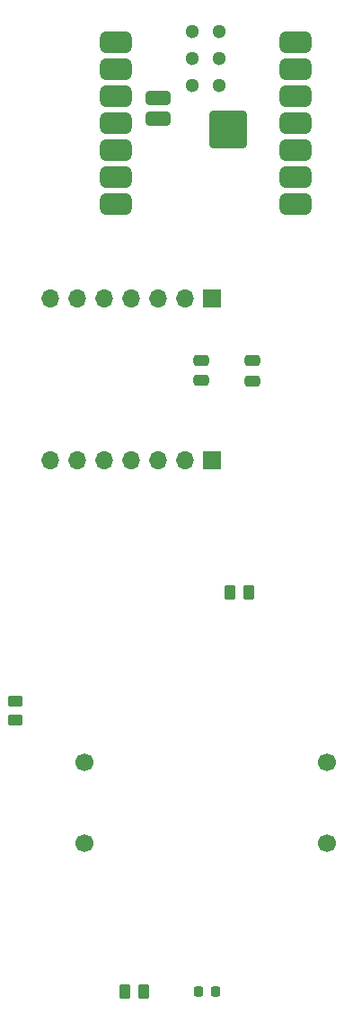
<source format=gbr>
%TF.GenerationSoftware,KiCad,Pcbnew,8.0.8*%
%TF.CreationDate,2025-03-03T09:56:18-08:00*%
%TF.ProjectId,pLUFsPCB,704c5546-7350-4434-922e-6b696361645f,3*%
%TF.SameCoordinates,Original*%
%TF.FileFunction,Soldermask,Top*%
%TF.FilePolarity,Negative*%
%FSLAX46Y46*%
G04 Gerber Fmt 4.6, Leading zero omitted, Abs format (unit mm)*
G04 Created by KiCad (PCBNEW 8.0.8) date 2025-03-03 09:56:18*
%MOMM*%
%LPD*%
G01*
G04 APERTURE LIST*
G04 Aperture macros list*
%AMRoundRect*
0 Rectangle with rounded corners*
0 $1 Rounding radius*
0 $2 $3 $4 $5 $6 $7 $8 $9 X,Y pos of 4 corners*
0 Add a 4 corners polygon primitive as box body*
4,1,4,$2,$3,$4,$5,$6,$7,$8,$9,$2,$3,0*
0 Add four circle primitives for the rounded corners*
1,1,$1+$1,$2,$3*
1,1,$1+$1,$4,$5*
1,1,$1+$1,$6,$7*
1,1,$1+$1,$8,$9*
0 Add four rect primitives between the rounded corners*
20,1,$1+$1,$2,$3,$4,$5,0*
20,1,$1+$1,$4,$5,$6,$7,0*
20,1,$1+$1,$6,$7,$8,$9,0*
20,1,$1+$1,$8,$9,$2,$3,0*%
G04 Aperture macros list end*
%ADD10RoundRect,0.250000X-0.262500X-0.450000X0.262500X-0.450000X0.262500X0.450000X-0.262500X0.450000X0*%
%ADD11RoundRect,0.250000X-0.475000X0.250000X-0.475000X-0.250000X0.475000X-0.250000X0.475000X0.250000X0*%
%ADD12RoundRect,0.250000X0.450000X-0.262500X0.450000X0.262500X-0.450000X0.262500X-0.450000X-0.262500X0*%
%ADD13C,1.700000*%
%ADD14R,1.700000X1.700000*%
%ADD15O,1.700000X1.700000*%
%ADD16RoundRect,0.218750X-0.218750X-0.256250X0.218750X-0.256250X0.218750X0.256250X-0.218750X0.256250X0*%
%ADD17RoundRect,0.500000X-1.000000X-0.500000X1.000000X-0.500000X1.000000X0.500000X-1.000000X0.500000X0*%
%ADD18RoundRect,0.250000X-1.500000X-1.500000X1.500000X-1.500000X1.500000X1.500000X-1.500000X1.500000X0*%
%ADD19RoundRect,0.250000X-0.900000X-0.400000X0.900000X-0.400000X0.900000X0.400000X-0.900000X0.400000X0*%
%ADD20C,1.300000*%
%ADD21RoundRect,0.250000X0.262500X0.450000X-0.262500X0.450000X-0.262500X-0.450000X0.262500X-0.450000X0*%
G04 APERTURE END LIST*
D10*
%TO.C,R3*%
X109577500Y-97282000D03*
X111402500Y-97282000D03*
%TD*%
D11*
%TO.C,C2*%
X111760000Y-75504000D03*
X111760000Y-77404000D03*
%TD*%
D12*
%TO.C,R4*%
X89408000Y-109370500D03*
X89408000Y-107545500D03*
%TD*%
D13*
%TO.C,M1*%
X118754000Y-113284000D03*
X118754000Y-120904000D03*
X95894000Y-120904000D03*
X95894000Y-113284000D03*
%TD*%
D14*
%TO.C,J2*%
X107955000Y-69586000D03*
D15*
X105415000Y-69586000D03*
X102875000Y-69586000D03*
X100335000Y-69586000D03*
X97795000Y-69586000D03*
X95255000Y-69586000D03*
X92715000Y-69586000D03*
%TD*%
D16*
%TO.C,D1*%
X106654500Y-134874000D03*
X108229500Y-134874000D03*
%TD*%
D11*
%TO.C,C3*%
X106934000Y-75438000D03*
X106934000Y-77338000D03*
%TD*%
D17*
%TO.C,U1*%
X98824000Y-45466000D03*
X98824000Y-48006000D03*
X98824000Y-50546000D03*
X98824000Y-53086000D03*
X98824000Y-55626000D03*
X98824000Y-58166000D03*
X98824000Y-60706000D03*
X115824000Y-60706000D03*
X115824000Y-58166000D03*
X115824000Y-55626000D03*
X115824000Y-53086000D03*
X115824000Y-50546000D03*
X115824000Y-48006000D03*
X115824000Y-45466000D03*
D18*
X109424000Y-53686000D03*
D19*
X102824000Y-52686000D03*
X102824000Y-50786000D03*
D20*
X106054000Y-44466000D03*
X106054000Y-47046000D03*
X106054000Y-49586000D03*
X108594000Y-49586000D03*
X108594000Y-47046000D03*
X108594000Y-44466000D03*
%TD*%
D14*
%TO.C,J1*%
X107955000Y-84836000D03*
D15*
X105415000Y-84836000D03*
X102875000Y-84836000D03*
X100335000Y-84836000D03*
X97795000Y-84836000D03*
X95255000Y-84836000D03*
X92715000Y-84836000D03*
%TD*%
D21*
%TO.C,R2*%
X101496500Y-134874000D03*
X99671500Y-134874000D03*
%TD*%
M02*

</source>
